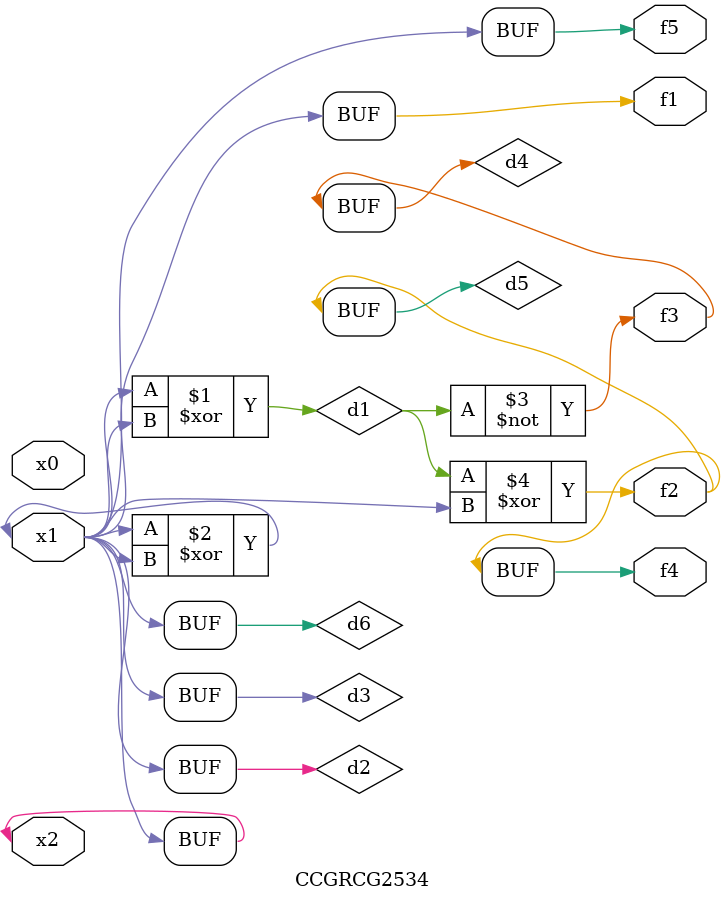
<source format=v>
module CCGRCG2534(
	input x0, x1, x2,
	output f1, f2, f3, f4, f5
);

	wire d1, d2, d3, d4, d5, d6;

	xor (d1, x1, x2);
	buf (d2, x1, x2);
	xor (d3, x1, x2);
	nor (d4, d1);
	xor (d5, d1, d2);
	buf (d6, d2, d3);
	assign f1 = d6;
	assign f2 = d5;
	assign f3 = d4;
	assign f4 = d5;
	assign f5 = d6;
endmodule

</source>
